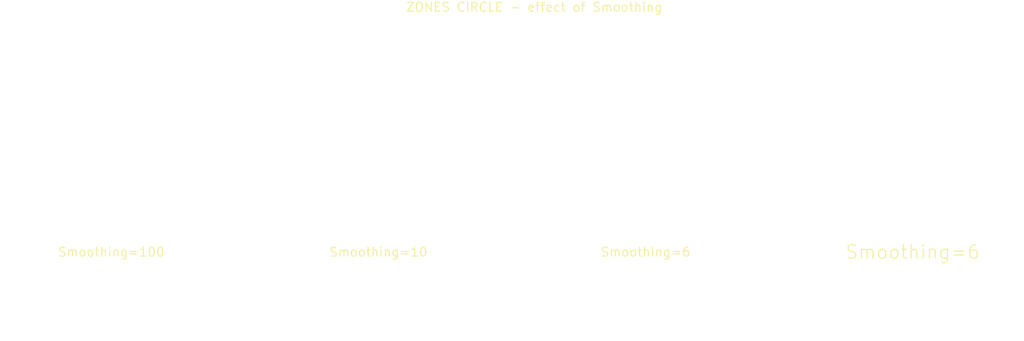
<source format=kicad_pcb>
(
kicad_pcb (version 4) (host pcbnew 4.0.4-stable)

  (general
    (links 0)
    (no_connects 0)
    (area 0 0 0 0)
    (thickness 1.6)
    (drawings 0)
    (tracks 0)
    (zones 0)
    (modules 1)
    (nets 1)
  )

  (page A4)
  (layers
    (0 F.Cu signal)
    (31 B.Cu signal)
    (32 B.Adhes user)
    (33 F.Adhes user)
    (34 B.Paste user)
    (35 F.Paste user)
    (36 B.SilkS user)
    (37 F.SilkS user)
    (38 B.Mask user)
    (39 F.Mask user)
    (40 Dwgs.User user)
    (41 Cmts.User user)
    (42 Eco1.User user)
    (43 Eco2.User user)
    (44 Edge.Cuts user)
    (45 Margin user)
    (46 B.CrtYd user)
    (47 F.CrtYd user)
    (48 B.Fab user)
    (49 F.Fab user)
  )

  (setup
    (last_trace_width 0.25)
    (trace_clearance 0.2)
    (zone_clearance 0.508)
    (zone_45_only no)
    (trace_min 0.2)
    (segment_width 0.2)
    (edge_width 0.15)
    (via_size 0.6)
    (via_drill 0.4)
    (via_min_size 0.4)
    (via_min_drill 0.3)
    (uvia_size 0.3)
    (uvia_drill 0.1)
    (uvias_allowed no)
    (uvia_min_size 0.2)
    (uvia_min_drill 0.1)
    (pcb_text_width 0.3)
    (pcb_text_size 1.5 1.5)
    (mod_edge_width 0.15)
    (mod_text_size 1 1)
    (mod_text_width 0.15)
    (pad_size 1.524 1.524)
    (pad_drill 0.762)
    (pad_to_mask_clearance 0.2)
    (aux_axis_origin 0 0)
    (visible_elements FFFFFF7F)
    (pcbplotparams
      (layerselection 0x00030_80000001)
      (usegerberextensions false)
      (excludeedgelayer true)
      (linewidth 0.100000)
      (plotframeref false)
      (viasonmask false)
      (mode 1)
      (useauxorigin false)
      (hpglpennumber 1)
      (hpglpenspeed 20)
      (hpglpendiameter 15)
      (hpglpenoverlay 2)
      (psnegative false)
      (psa4output false)
      (plotreference true)
      (plotvalue true)
      (plotinvisibletext false)
      (padsonsilk false)
      (subtractmaskfromsilk false)
      (outputformat 1)
      (mirror false)
      (drillshape 1)
      (scaleselection 1)
      (outputdirectory ""))
  )

  (net 0 "")

  (net_class Default "This is the default net class."
    (clearance 0.25)
    (trace_width 0.25)
    (via_dia 0.6)
    (via_drill 0.4)
    (uvia_dia 0.3)
    (uvia_drill 0.1)
  )



 (gr_text "ZONES CIRCLE - effect of Smoothing" (at 145.0000 20.0000 0.0000) (layer F.SilkS)
    (effects (font (size 2.0000 2.0000) (thickness .25))  )
  )

  (zone (net 0) (net_name "") (layer F.Cu) (tstamp 589D8DD7) (hatch full 0.5080)
    (connect_pads (clearance 0.5080))
    (min_thickness 0.2540)
    (fill (arc_segments 16) (thermal_gap 0.5080) (thermal_bridge_width 0.5080))
    (polygon
      (pts
        (xy 75.0000 70.0000)(xy 74.9507 68.4302)(xy 74.8029 66.8667)(xy 74.5572 65.3155)(xy 74.2146 63.7828)(xy 73.7764 62.2746)(xy 73.2444 60.7969)(xy 72.6207 59.3555)(xy 71.9077 57.9562)(xy 71.1082 56.6043)(xy 70.2254 55.3054)(xy 69.2628 54.0644)(xy 68.2242 52.8863)(xy 67.1137 51.7758)(xy 65.9356 50.7372)(xy 64.6946 49.7746)(xy 63.3957 48.8918)(xy 62.0438 48.0923)(xy 60.6445 47.3793)(xy 59.2031 46.7556)(xy 57.7254 46.2236)(xy 56.2172 45.7854)(xy 54.6845 45.4428)(xy 53.1333 45.1971)(xy 51.5698 45.0493)(xy 50.0000 45.0000)(xy 48.4302 45.0493)(xy 46.8667 45.1971)(xy 45.3155 45.4428)(xy 43.7828 45.7854)(xy 42.2746 46.2236)(xy 40.7969 46.7556)(xy 39.3555 47.3793)(xy 37.9562 48.0923)(xy 36.6043 48.8918)(xy 35.3054 49.7746)(xy 34.0644 50.7372)(xy 32.8863 51.7758)(xy 31.7758 52.8863)(xy 30.7372 54.0644)(xy 29.7746 55.3054)(xy 28.8918 56.6043)(xy 28.0923 57.9562)(xy 27.3793 59.3555)(xy 26.7556 60.7969)(xy 26.2236 62.2746)(xy 25.7854 63.7828)(xy 25.4428 65.3155)(xy 25.1971 66.8667)(xy 25.0493 68.4302)(xy 25.0000 70.0000)(xy 25.0493 71.5698)(xy 25.1971 73.1333)(xy 25.4428 74.6845)(xy 25.7854 76.2172)(xy 26.2236 77.7254)(xy 26.7556 79.2031)(xy 27.3793 80.6445)(xy 28.0923 82.0438)(xy 28.8918 83.3957)(xy 29.7746 84.6946)(xy 30.7372 85.9356)(xy 31.7758 87.1137)(xy 32.8863 88.2242)(xy 34.0644 89.2628)(xy 35.3054 90.2254)(xy 36.6043 91.1082)(xy 37.9562 91.9077)(xy 39.3555 92.6207)(xy 40.7969 93.2444)(xy 42.2746 93.7764)(xy 43.7828 94.2146)(xy 45.3155 94.5572)(xy 46.8667 94.8029)(xy 48.4302 94.9507)(xy 50.0000 95.0000)(xy 51.5698 94.9507)(xy 53.1333 94.8029)(xy 54.6845 94.5572)(xy 56.2172 94.2146)(xy 57.7254 93.7764)(xy 59.2031 93.2444)(xy 60.6445 92.6207)(xy 62.0438 91.9077)(xy 63.3957 91.1082)(xy 64.6946 90.2254)(xy 65.9356 89.2628)(xy 67.1137 88.2242)(xy 68.2242 87.1137)(xy 69.2628 85.9356)(xy 70.2254 84.6946)(xy 71.1082 83.3957)(xy 71.9077 82.0438)(xy 72.6207 80.6445)(xy 73.2444 79.2031)(xy 73.7764 77.7254)(xy 74.2146 76.2172)(xy 74.5572 74.6845)(xy 74.8029 73.1333)(xy 74.9507 71.5698)
      )
    )
  )
 (gr_text "Smoothing=100" (at 50.0000 75.0000 0.0000) (layer F.SilkS)
    (effects (font (size 2.0000 2.0000) (thickness .25))  )
  )

  (zone (net 0) (net_name "") (layer F.Cu) (tstamp 589D8DD7) (hatch full 0.5080)
    (connect_pads (clearance 0.5080))
    (min_thickness 0.2540)
    (fill (arc_segments 16) (thermal_gap 0.5080) (thermal_bridge_width 0.5080))
    (polygon
      (pts
        (xy 135.0000 70.0000)(xy 130.2254 55.3054)(xy 117.7254 46.2236)(xy 102.2746 46.2236)(xy 89.7746 55.3054)(xy 85.0000 70.0000)(xy 89.7746 84.6946)(xy 102.2746 93.7764)(xy 117.7254 93.7764)(xy 130.2254 84.6946)
      )
    )
  )
 (gr_text "Smoothing=10" (at 110.0000 75.0000 0.0000) (layer F.SilkS)
    (effects (font (size 2.0000 2.0000) (thickness .25))  )
  )

  (zone (net 0) (net_name "") (layer F.Cu) (tstamp 589D8DD7) (hatch full 0.5080)
    (connect_pads (clearance 0.5080))
    (min_thickness 0.2540)
    (fill (arc_segments 16) (thermal_gap 0.5080) (thermal_bridge_width 0.5080))
    (polygon
      (pts
        (xy 195.0000 70.0000)(xy 182.5000 48.3494)(xy 157.5000 48.3494)(xy 145.0000 70.0000)(xy 157.5000 91.6506)(xy 182.5000 91.6506)
      )
    )
  )
 (gr_text "Smoothing=6" (at 170.0000 75.0000 0.0000) (layer F.SilkS)
    (effects (font (size 2.0000 2.0000) (thickness .25))  )
  )

  (zone (net 0) (net_name "") (layer F.Cu) (tstamp 589D8DD7) (hatch full 0.5080)
    (connect_pads (clearance 0.5080))
    (min_thickness 0.2540)
    (fill (arc_segments 16) (thermal_gap 0.5080) (thermal_bridge_width 0.5080))
    (polygon
      (pts
        (xy 255.0000 70.0000)(xy 217.5000 48.3494)(xy 217.5000 91.6506)
      )
    )
  )
 (gr_text "Smoothing=6" (at 230.0000 75.0000 0.0000) (layer F.SilkS)
    (effects (font (size 3.0000 3.0000) (thickness .25))  )
  ))
</source>
